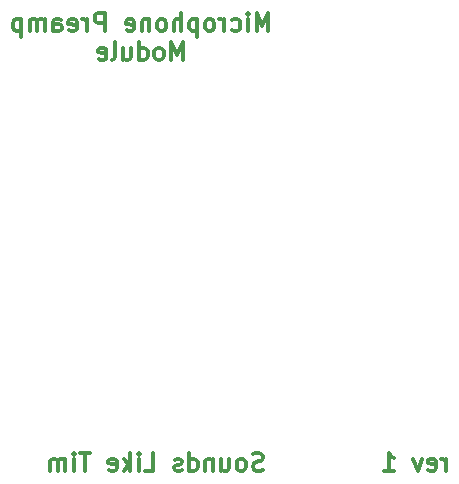
<source format=gbr>
%TF.GenerationSoftware,KiCad,Pcbnew,9.0.1-1.fc42*%
%TF.CreationDate,2025-05-12T11:46:39+02:00*%
%TF.ProjectId,PreAmp,50726541-6d70-42e6-9b69-6361645f7063,1*%
%TF.SameCoordinates,Original*%
%TF.FileFunction,Legend,Bot*%
%TF.FilePolarity,Positive*%
%FSLAX46Y46*%
G04 Gerber Fmt 4.6, Leading zero omitted, Abs format (unit mm)*
G04 Created by KiCad (PCBNEW 9.0.1-1.fc42) date 2025-05-12 11:46:39*
%MOMM*%
%LPD*%
G01*
G04 APERTURE LIST*
%ADD10C,0.300000*%
G04 APERTURE END LIST*
D10*
X157985714Y-82185912D02*
X157985714Y-80685912D01*
X157985714Y-80685912D02*
X157485714Y-81757341D01*
X157485714Y-81757341D02*
X156985714Y-80685912D01*
X156985714Y-80685912D02*
X156985714Y-82185912D01*
X156271428Y-82185912D02*
X156271428Y-81185912D01*
X156271428Y-80685912D02*
X156342856Y-80757341D01*
X156342856Y-80757341D02*
X156271428Y-80828769D01*
X156271428Y-80828769D02*
X156199999Y-80757341D01*
X156199999Y-80757341D02*
X156271428Y-80685912D01*
X156271428Y-80685912D02*
X156271428Y-80828769D01*
X154914285Y-82114484D02*
X155057142Y-82185912D01*
X155057142Y-82185912D02*
X155342856Y-82185912D01*
X155342856Y-82185912D02*
X155485713Y-82114484D01*
X155485713Y-82114484D02*
X155557142Y-82043055D01*
X155557142Y-82043055D02*
X155628570Y-81900198D01*
X155628570Y-81900198D02*
X155628570Y-81471626D01*
X155628570Y-81471626D02*
X155557142Y-81328769D01*
X155557142Y-81328769D02*
X155485713Y-81257341D01*
X155485713Y-81257341D02*
X155342856Y-81185912D01*
X155342856Y-81185912D02*
X155057142Y-81185912D01*
X155057142Y-81185912D02*
X154914285Y-81257341D01*
X154271428Y-82185912D02*
X154271428Y-81185912D01*
X154271428Y-81471626D02*
X154199999Y-81328769D01*
X154199999Y-81328769D02*
X154128571Y-81257341D01*
X154128571Y-81257341D02*
X153985713Y-81185912D01*
X153985713Y-81185912D02*
X153842856Y-81185912D01*
X153128571Y-82185912D02*
X153271428Y-82114484D01*
X153271428Y-82114484D02*
X153342857Y-82043055D01*
X153342857Y-82043055D02*
X153414285Y-81900198D01*
X153414285Y-81900198D02*
X153414285Y-81471626D01*
X153414285Y-81471626D02*
X153342857Y-81328769D01*
X153342857Y-81328769D02*
X153271428Y-81257341D01*
X153271428Y-81257341D02*
X153128571Y-81185912D01*
X153128571Y-81185912D02*
X152914285Y-81185912D01*
X152914285Y-81185912D02*
X152771428Y-81257341D01*
X152771428Y-81257341D02*
X152700000Y-81328769D01*
X152700000Y-81328769D02*
X152628571Y-81471626D01*
X152628571Y-81471626D02*
X152628571Y-81900198D01*
X152628571Y-81900198D02*
X152700000Y-82043055D01*
X152700000Y-82043055D02*
X152771428Y-82114484D01*
X152771428Y-82114484D02*
X152914285Y-82185912D01*
X152914285Y-82185912D02*
X153128571Y-82185912D01*
X151985714Y-81185912D02*
X151985714Y-82685912D01*
X151985714Y-81257341D02*
X151842857Y-81185912D01*
X151842857Y-81185912D02*
X151557142Y-81185912D01*
X151557142Y-81185912D02*
X151414285Y-81257341D01*
X151414285Y-81257341D02*
X151342857Y-81328769D01*
X151342857Y-81328769D02*
X151271428Y-81471626D01*
X151271428Y-81471626D02*
X151271428Y-81900198D01*
X151271428Y-81900198D02*
X151342857Y-82043055D01*
X151342857Y-82043055D02*
X151414285Y-82114484D01*
X151414285Y-82114484D02*
X151557142Y-82185912D01*
X151557142Y-82185912D02*
X151842857Y-82185912D01*
X151842857Y-82185912D02*
X151985714Y-82114484D01*
X150628571Y-82185912D02*
X150628571Y-80685912D01*
X149985714Y-82185912D02*
X149985714Y-81400198D01*
X149985714Y-81400198D02*
X150057142Y-81257341D01*
X150057142Y-81257341D02*
X150199999Y-81185912D01*
X150199999Y-81185912D02*
X150414285Y-81185912D01*
X150414285Y-81185912D02*
X150557142Y-81257341D01*
X150557142Y-81257341D02*
X150628571Y-81328769D01*
X149057142Y-82185912D02*
X149199999Y-82114484D01*
X149199999Y-82114484D02*
X149271428Y-82043055D01*
X149271428Y-82043055D02*
X149342856Y-81900198D01*
X149342856Y-81900198D02*
X149342856Y-81471626D01*
X149342856Y-81471626D02*
X149271428Y-81328769D01*
X149271428Y-81328769D02*
X149199999Y-81257341D01*
X149199999Y-81257341D02*
X149057142Y-81185912D01*
X149057142Y-81185912D02*
X148842856Y-81185912D01*
X148842856Y-81185912D02*
X148699999Y-81257341D01*
X148699999Y-81257341D02*
X148628571Y-81328769D01*
X148628571Y-81328769D02*
X148557142Y-81471626D01*
X148557142Y-81471626D02*
X148557142Y-81900198D01*
X148557142Y-81900198D02*
X148628571Y-82043055D01*
X148628571Y-82043055D02*
X148699999Y-82114484D01*
X148699999Y-82114484D02*
X148842856Y-82185912D01*
X148842856Y-82185912D02*
X149057142Y-82185912D01*
X147914285Y-81185912D02*
X147914285Y-82185912D01*
X147914285Y-81328769D02*
X147842856Y-81257341D01*
X147842856Y-81257341D02*
X147699999Y-81185912D01*
X147699999Y-81185912D02*
X147485713Y-81185912D01*
X147485713Y-81185912D02*
X147342856Y-81257341D01*
X147342856Y-81257341D02*
X147271428Y-81400198D01*
X147271428Y-81400198D02*
X147271428Y-82185912D01*
X145985713Y-82114484D02*
X146128570Y-82185912D01*
X146128570Y-82185912D02*
X146414285Y-82185912D01*
X146414285Y-82185912D02*
X146557142Y-82114484D01*
X146557142Y-82114484D02*
X146628570Y-81971626D01*
X146628570Y-81971626D02*
X146628570Y-81400198D01*
X146628570Y-81400198D02*
X146557142Y-81257341D01*
X146557142Y-81257341D02*
X146414285Y-81185912D01*
X146414285Y-81185912D02*
X146128570Y-81185912D01*
X146128570Y-81185912D02*
X145985713Y-81257341D01*
X145985713Y-81257341D02*
X145914285Y-81400198D01*
X145914285Y-81400198D02*
X145914285Y-81543055D01*
X145914285Y-81543055D02*
X146628570Y-81685912D01*
X144128571Y-82185912D02*
X144128571Y-80685912D01*
X144128571Y-80685912D02*
X143557142Y-80685912D01*
X143557142Y-80685912D02*
X143414285Y-80757341D01*
X143414285Y-80757341D02*
X143342856Y-80828769D01*
X143342856Y-80828769D02*
X143271428Y-80971626D01*
X143271428Y-80971626D02*
X143271428Y-81185912D01*
X143271428Y-81185912D02*
X143342856Y-81328769D01*
X143342856Y-81328769D02*
X143414285Y-81400198D01*
X143414285Y-81400198D02*
X143557142Y-81471626D01*
X143557142Y-81471626D02*
X144128571Y-81471626D01*
X142628571Y-82185912D02*
X142628571Y-81185912D01*
X142628571Y-81471626D02*
X142557142Y-81328769D01*
X142557142Y-81328769D02*
X142485714Y-81257341D01*
X142485714Y-81257341D02*
X142342856Y-81185912D01*
X142342856Y-81185912D02*
X142199999Y-81185912D01*
X141128571Y-82114484D02*
X141271428Y-82185912D01*
X141271428Y-82185912D02*
X141557143Y-82185912D01*
X141557143Y-82185912D02*
X141700000Y-82114484D01*
X141700000Y-82114484D02*
X141771428Y-81971626D01*
X141771428Y-81971626D02*
X141771428Y-81400198D01*
X141771428Y-81400198D02*
X141700000Y-81257341D01*
X141700000Y-81257341D02*
X141557143Y-81185912D01*
X141557143Y-81185912D02*
X141271428Y-81185912D01*
X141271428Y-81185912D02*
X141128571Y-81257341D01*
X141128571Y-81257341D02*
X141057143Y-81400198D01*
X141057143Y-81400198D02*
X141057143Y-81543055D01*
X141057143Y-81543055D02*
X141771428Y-81685912D01*
X139771429Y-82185912D02*
X139771429Y-81400198D01*
X139771429Y-81400198D02*
X139842857Y-81257341D01*
X139842857Y-81257341D02*
X139985714Y-81185912D01*
X139985714Y-81185912D02*
X140271429Y-81185912D01*
X140271429Y-81185912D02*
X140414286Y-81257341D01*
X139771429Y-82114484D02*
X139914286Y-82185912D01*
X139914286Y-82185912D02*
X140271429Y-82185912D01*
X140271429Y-82185912D02*
X140414286Y-82114484D01*
X140414286Y-82114484D02*
X140485714Y-81971626D01*
X140485714Y-81971626D02*
X140485714Y-81828769D01*
X140485714Y-81828769D02*
X140414286Y-81685912D01*
X140414286Y-81685912D02*
X140271429Y-81614484D01*
X140271429Y-81614484D02*
X139914286Y-81614484D01*
X139914286Y-81614484D02*
X139771429Y-81543055D01*
X139057143Y-82185912D02*
X139057143Y-81185912D01*
X139057143Y-81328769D02*
X138985714Y-81257341D01*
X138985714Y-81257341D02*
X138842857Y-81185912D01*
X138842857Y-81185912D02*
X138628571Y-81185912D01*
X138628571Y-81185912D02*
X138485714Y-81257341D01*
X138485714Y-81257341D02*
X138414286Y-81400198D01*
X138414286Y-81400198D02*
X138414286Y-82185912D01*
X138414286Y-81400198D02*
X138342857Y-81257341D01*
X138342857Y-81257341D02*
X138200000Y-81185912D01*
X138200000Y-81185912D02*
X137985714Y-81185912D01*
X137985714Y-81185912D02*
X137842857Y-81257341D01*
X137842857Y-81257341D02*
X137771428Y-81400198D01*
X137771428Y-81400198D02*
X137771428Y-82185912D01*
X137057143Y-81185912D02*
X137057143Y-82685912D01*
X137057143Y-81257341D02*
X136914286Y-81185912D01*
X136914286Y-81185912D02*
X136628571Y-81185912D01*
X136628571Y-81185912D02*
X136485714Y-81257341D01*
X136485714Y-81257341D02*
X136414286Y-81328769D01*
X136414286Y-81328769D02*
X136342857Y-81471626D01*
X136342857Y-81471626D02*
X136342857Y-81900198D01*
X136342857Y-81900198D02*
X136414286Y-82043055D01*
X136414286Y-82043055D02*
X136485714Y-82114484D01*
X136485714Y-82114484D02*
X136628571Y-82185912D01*
X136628571Y-82185912D02*
X136914286Y-82185912D01*
X136914286Y-82185912D02*
X137057143Y-82114484D01*
X150771428Y-84600828D02*
X150771428Y-83100828D01*
X150771428Y-83100828D02*
X150271428Y-84172257D01*
X150271428Y-84172257D02*
X149771428Y-83100828D01*
X149771428Y-83100828D02*
X149771428Y-84600828D01*
X148842856Y-84600828D02*
X148985713Y-84529400D01*
X148985713Y-84529400D02*
X149057142Y-84457971D01*
X149057142Y-84457971D02*
X149128570Y-84315114D01*
X149128570Y-84315114D02*
X149128570Y-83886542D01*
X149128570Y-83886542D02*
X149057142Y-83743685D01*
X149057142Y-83743685D02*
X148985713Y-83672257D01*
X148985713Y-83672257D02*
X148842856Y-83600828D01*
X148842856Y-83600828D02*
X148628570Y-83600828D01*
X148628570Y-83600828D02*
X148485713Y-83672257D01*
X148485713Y-83672257D02*
X148414285Y-83743685D01*
X148414285Y-83743685D02*
X148342856Y-83886542D01*
X148342856Y-83886542D02*
X148342856Y-84315114D01*
X148342856Y-84315114D02*
X148414285Y-84457971D01*
X148414285Y-84457971D02*
X148485713Y-84529400D01*
X148485713Y-84529400D02*
X148628570Y-84600828D01*
X148628570Y-84600828D02*
X148842856Y-84600828D01*
X147057142Y-84600828D02*
X147057142Y-83100828D01*
X147057142Y-84529400D02*
X147199999Y-84600828D01*
X147199999Y-84600828D02*
X147485713Y-84600828D01*
X147485713Y-84600828D02*
X147628570Y-84529400D01*
X147628570Y-84529400D02*
X147699999Y-84457971D01*
X147699999Y-84457971D02*
X147771427Y-84315114D01*
X147771427Y-84315114D02*
X147771427Y-83886542D01*
X147771427Y-83886542D02*
X147699999Y-83743685D01*
X147699999Y-83743685D02*
X147628570Y-83672257D01*
X147628570Y-83672257D02*
X147485713Y-83600828D01*
X147485713Y-83600828D02*
X147199999Y-83600828D01*
X147199999Y-83600828D02*
X147057142Y-83672257D01*
X145699999Y-83600828D02*
X145699999Y-84600828D01*
X146342856Y-83600828D02*
X146342856Y-84386542D01*
X146342856Y-84386542D02*
X146271427Y-84529400D01*
X146271427Y-84529400D02*
X146128570Y-84600828D01*
X146128570Y-84600828D02*
X145914284Y-84600828D01*
X145914284Y-84600828D02*
X145771427Y-84529400D01*
X145771427Y-84529400D02*
X145699999Y-84457971D01*
X144771427Y-84600828D02*
X144914284Y-84529400D01*
X144914284Y-84529400D02*
X144985713Y-84386542D01*
X144985713Y-84386542D02*
X144985713Y-83100828D01*
X143628570Y-84529400D02*
X143771427Y-84600828D01*
X143771427Y-84600828D02*
X144057142Y-84600828D01*
X144057142Y-84600828D02*
X144199999Y-84529400D01*
X144199999Y-84529400D02*
X144271427Y-84386542D01*
X144271427Y-84386542D02*
X144271427Y-83815114D01*
X144271427Y-83815114D02*
X144199999Y-83672257D01*
X144199999Y-83672257D02*
X144057142Y-83600828D01*
X144057142Y-83600828D02*
X143771427Y-83600828D01*
X143771427Y-83600828D02*
X143628570Y-83672257D01*
X143628570Y-83672257D02*
X143557142Y-83815114D01*
X143557142Y-83815114D02*
X143557142Y-83957971D01*
X143557142Y-83957971D02*
X144271427Y-84100828D01*
X173045489Y-119400828D02*
X173045489Y-118400828D01*
X173045489Y-118686542D02*
X172974060Y-118543685D01*
X172974060Y-118543685D02*
X172902632Y-118472257D01*
X172902632Y-118472257D02*
X172759774Y-118400828D01*
X172759774Y-118400828D02*
X172616917Y-118400828D01*
X171545489Y-119329400D02*
X171688346Y-119400828D01*
X171688346Y-119400828D02*
X171974061Y-119400828D01*
X171974061Y-119400828D02*
X172116918Y-119329400D01*
X172116918Y-119329400D02*
X172188346Y-119186542D01*
X172188346Y-119186542D02*
X172188346Y-118615114D01*
X172188346Y-118615114D02*
X172116918Y-118472257D01*
X172116918Y-118472257D02*
X171974061Y-118400828D01*
X171974061Y-118400828D02*
X171688346Y-118400828D01*
X171688346Y-118400828D02*
X171545489Y-118472257D01*
X171545489Y-118472257D02*
X171474061Y-118615114D01*
X171474061Y-118615114D02*
X171474061Y-118757971D01*
X171474061Y-118757971D02*
X172188346Y-118900828D01*
X170974061Y-118400828D02*
X170616918Y-119400828D01*
X170616918Y-119400828D02*
X170259775Y-118400828D01*
X167759775Y-119400828D02*
X168616918Y-119400828D01*
X168188347Y-119400828D02*
X168188347Y-117900828D01*
X168188347Y-117900828D02*
X168331204Y-118115114D01*
X168331204Y-118115114D02*
X168474061Y-118257971D01*
X168474061Y-118257971D02*
X168616918Y-118329400D01*
X157516917Y-119329400D02*
X157302632Y-119400828D01*
X157302632Y-119400828D02*
X156945489Y-119400828D01*
X156945489Y-119400828D02*
X156802632Y-119329400D01*
X156802632Y-119329400D02*
X156731203Y-119257971D01*
X156731203Y-119257971D02*
X156659774Y-119115114D01*
X156659774Y-119115114D02*
X156659774Y-118972257D01*
X156659774Y-118972257D02*
X156731203Y-118829400D01*
X156731203Y-118829400D02*
X156802632Y-118757971D01*
X156802632Y-118757971D02*
X156945489Y-118686542D01*
X156945489Y-118686542D02*
X157231203Y-118615114D01*
X157231203Y-118615114D02*
X157374060Y-118543685D01*
X157374060Y-118543685D02*
X157445489Y-118472257D01*
X157445489Y-118472257D02*
X157516917Y-118329400D01*
X157516917Y-118329400D02*
X157516917Y-118186542D01*
X157516917Y-118186542D02*
X157445489Y-118043685D01*
X157445489Y-118043685D02*
X157374060Y-117972257D01*
X157374060Y-117972257D02*
X157231203Y-117900828D01*
X157231203Y-117900828D02*
X156874060Y-117900828D01*
X156874060Y-117900828D02*
X156659774Y-117972257D01*
X155802632Y-119400828D02*
X155945489Y-119329400D01*
X155945489Y-119329400D02*
X156016918Y-119257971D01*
X156016918Y-119257971D02*
X156088346Y-119115114D01*
X156088346Y-119115114D02*
X156088346Y-118686542D01*
X156088346Y-118686542D02*
X156016918Y-118543685D01*
X156016918Y-118543685D02*
X155945489Y-118472257D01*
X155945489Y-118472257D02*
X155802632Y-118400828D01*
X155802632Y-118400828D02*
X155588346Y-118400828D01*
X155588346Y-118400828D02*
X155445489Y-118472257D01*
X155445489Y-118472257D02*
X155374061Y-118543685D01*
X155374061Y-118543685D02*
X155302632Y-118686542D01*
X155302632Y-118686542D02*
X155302632Y-119115114D01*
X155302632Y-119115114D02*
X155374061Y-119257971D01*
X155374061Y-119257971D02*
X155445489Y-119329400D01*
X155445489Y-119329400D02*
X155588346Y-119400828D01*
X155588346Y-119400828D02*
X155802632Y-119400828D01*
X154016918Y-118400828D02*
X154016918Y-119400828D01*
X154659775Y-118400828D02*
X154659775Y-119186542D01*
X154659775Y-119186542D02*
X154588346Y-119329400D01*
X154588346Y-119329400D02*
X154445489Y-119400828D01*
X154445489Y-119400828D02*
X154231203Y-119400828D01*
X154231203Y-119400828D02*
X154088346Y-119329400D01*
X154088346Y-119329400D02*
X154016918Y-119257971D01*
X153302632Y-118400828D02*
X153302632Y-119400828D01*
X153302632Y-118543685D02*
X153231203Y-118472257D01*
X153231203Y-118472257D02*
X153088346Y-118400828D01*
X153088346Y-118400828D02*
X152874060Y-118400828D01*
X152874060Y-118400828D02*
X152731203Y-118472257D01*
X152731203Y-118472257D02*
X152659775Y-118615114D01*
X152659775Y-118615114D02*
X152659775Y-119400828D01*
X151302632Y-119400828D02*
X151302632Y-117900828D01*
X151302632Y-119329400D02*
X151445489Y-119400828D01*
X151445489Y-119400828D02*
X151731203Y-119400828D01*
X151731203Y-119400828D02*
X151874060Y-119329400D01*
X151874060Y-119329400D02*
X151945489Y-119257971D01*
X151945489Y-119257971D02*
X152016917Y-119115114D01*
X152016917Y-119115114D02*
X152016917Y-118686542D01*
X152016917Y-118686542D02*
X151945489Y-118543685D01*
X151945489Y-118543685D02*
X151874060Y-118472257D01*
X151874060Y-118472257D02*
X151731203Y-118400828D01*
X151731203Y-118400828D02*
X151445489Y-118400828D01*
X151445489Y-118400828D02*
X151302632Y-118472257D01*
X150659774Y-119329400D02*
X150516917Y-119400828D01*
X150516917Y-119400828D02*
X150231203Y-119400828D01*
X150231203Y-119400828D02*
X150088346Y-119329400D01*
X150088346Y-119329400D02*
X150016917Y-119186542D01*
X150016917Y-119186542D02*
X150016917Y-119115114D01*
X150016917Y-119115114D02*
X150088346Y-118972257D01*
X150088346Y-118972257D02*
X150231203Y-118900828D01*
X150231203Y-118900828D02*
X150445489Y-118900828D01*
X150445489Y-118900828D02*
X150588346Y-118829400D01*
X150588346Y-118829400D02*
X150659774Y-118686542D01*
X150659774Y-118686542D02*
X150659774Y-118615114D01*
X150659774Y-118615114D02*
X150588346Y-118472257D01*
X150588346Y-118472257D02*
X150445489Y-118400828D01*
X150445489Y-118400828D02*
X150231203Y-118400828D01*
X150231203Y-118400828D02*
X150088346Y-118472257D01*
X147516917Y-119400828D02*
X148231203Y-119400828D01*
X148231203Y-119400828D02*
X148231203Y-117900828D01*
X147016917Y-119400828D02*
X147016917Y-118400828D01*
X147016917Y-117900828D02*
X147088345Y-117972257D01*
X147088345Y-117972257D02*
X147016917Y-118043685D01*
X147016917Y-118043685D02*
X146945488Y-117972257D01*
X146945488Y-117972257D02*
X147016917Y-117900828D01*
X147016917Y-117900828D02*
X147016917Y-118043685D01*
X146302631Y-119400828D02*
X146302631Y-117900828D01*
X146159774Y-118829400D02*
X145731202Y-119400828D01*
X145731202Y-118400828D02*
X146302631Y-118972257D01*
X144516916Y-119329400D02*
X144659773Y-119400828D01*
X144659773Y-119400828D02*
X144945488Y-119400828D01*
X144945488Y-119400828D02*
X145088345Y-119329400D01*
X145088345Y-119329400D02*
X145159773Y-119186542D01*
X145159773Y-119186542D02*
X145159773Y-118615114D01*
X145159773Y-118615114D02*
X145088345Y-118472257D01*
X145088345Y-118472257D02*
X144945488Y-118400828D01*
X144945488Y-118400828D02*
X144659773Y-118400828D01*
X144659773Y-118400828D02*
X144516916Y-118472257D01*
X144516916Y-118472257D02*
X144445488Y-118615114D01*
X144445488Y-118615114D02*
X144445488Y-118757971D01*
X144445488Y-118757971D02*
X145159773Y-118900828D01*
X142874059Y-117900828D02*
X142016917Y-117900828D01*
X142445488Y-119400828D02*
X142445488Y-117900828D01*
X141516917Y-119400828D02*
X141516917Y-118400828D01*
X141516917Y-117900828D02*
X141588345Y-117972257D01*
X141588345Y-117972257D02*
X141516917Y-118043685D01*
X141516917Y-118043685D02*
X141445488Y-117972257D01*
X141445488Y-117972257D02*
X141516917Y-117900828D01*
X141516917Y-117900828D02*
X141516917Y-118043685D01*
X140802631Y-119400828D02*
X140802631Y-118400828D01*
X140802631Y-118543685D02*
X140731202Y-118472257D01*
X140731202Y-118472257D02*
X140588345Y-118400828D01*
X140588345Y-118400828D02*
X140374059Y-118400828D01*
X140374059Y-118400828D02*
X140231202Y-118472257D01*
X140231202Y-118472257D02*
X140159774Y-118615114D01*
X140159774Y-118615114D02*
X140159774Y-119400828D01*
X140159774Y-118615114D02*
X140088345Y-118472257D01*
X140088345Y-118472257D02*
X139945488Y-118400828D01*
X139945488Y-118400828D02*
X139731202Y-118400828D01*
X139731202Y-118400828D02*
X139588345Y-118472257D01*
X139588345Y-118472257D02*
X139516916Y-118615114D01*
X139516916Y-118615114D02*
X139516916Y-119400828D01*
M02*

</source>
